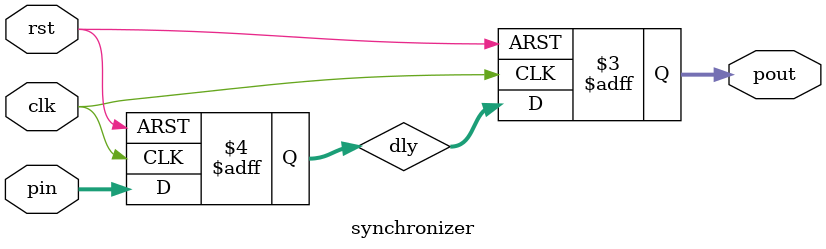
<source format=v>
module synchronizer(clk,rst,pin,pout);

	parameter pt=3;
	input clk,rst;
	input [pt:0]pin;
	output reg [pt:0]pout;
	reg [pt:0]dly;

always@(posedge clk,negedge rst)
begin
	if(!rst)
	begin
		dly<=0;
		pout<=0;
	end
	else
	begin
		pout<=dly;
		dly<=pin;
	end
end

endmodule
</source>
